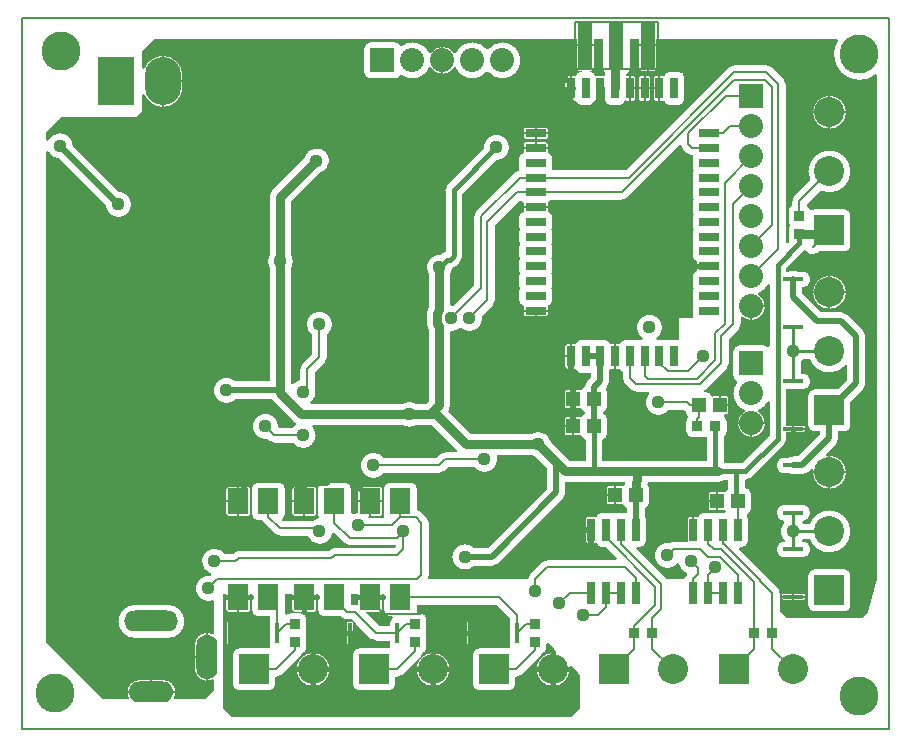
<source format=gbr>
G04 CAM350/DFMSTREAM V12.1 (Build 1022) Date:  Tue Jun 16 22:18:42 2020 *
G04 Database: (Untitled) *
G04 Layer 3: BOTTOM.art *
%FSLAX25Y25*%
%MOIN*%
%SFA1.000B1.000*%

%MIA0B0*%
%IPPOS*%
%ADD12C,0.00800*%
%ADD14C,0.01000*%
%ADD15C,0.00500*%
%ADD18O,0.07000X0.15000*%
%ADD19O,0.15000X0.07000*%
%ADD70O,0.18000X0.07000*%
%ADD71C,0.04400*%
%ADD20O,0.12000X0.16000*%
%ADD21R,0.12000X0.16000*%
%ADD22R,0.08000X0.08000*%
%ADD23C,0.08000*%
%ADD24C,0.10000*%
%ADD25R,0.03200X0.03500*%
%ADD26C,0.13000*%
%ADD27R,0.03500X0.03200*%
%ADD28R,0.04500X0.05000*%
%ADD29R,0.04724X0.15748*%
%ADD72R,0.01200X0.06800*%
%ADD73R,0.10000X0.10000*%
%ADD30R,0.06800X0.01200*%
%ADD31R,0.08000X0.08000*%
%ADD32R,0.02500X0.07500*%
%ADD33R,0.07000X0.08500*%
%ADD34R,0.02756X0.07087*%
%ADD35R,0.07087X0.02756*%
%ADD36C,0.02000*%
%ADD37C,0.03000*%
%ADD38C,0.01500*%
%ADD39C,0.01800*%
%LNBOTTOM.art*%
%LPD*%
G36*
X354502Y1289514D02*
G01Y1293000D01*
X356998*
Y1289822*
G75*
G02X356497Y1289436I-400J1*
G03X355886Y1289514I-607J-2323*
G01X354502*
G37*
G36*
X434030Y1467238D02*
G01Y1467624D01*
X434968*
G03X435470Y1468126J502*
G01Y1478000*
X438636*
Y1468126*
G03X439038Y1466924I2002J1*
G01Y1465730*
X436240*
G03X436185Y1465727I0J-502*
G02X435973Y1465862I-22J199*
G03X434216Y1467225I-1898J-633*
G01X434030Y1467238*
G37*
G36*
X359430Y1287048D02*
G02X359630Y1287248I200J0D01*
G01X364500*
G03X365002Y1287750J502*
G01Y1293000*
X365498*
Y1287750*
G03X367500Y1285748I2002*
G01X367996*
G02X368372Y1285485I0J-400*
X368396Y1285348I-376J-136*
X368230Y1285024I-400J0*
G03X367398Y1283400I1169J-1624*
G01Y1282402*
X363995*
X359698Y1286698*
X359658Y1286737*
X359656Y1286739*
X359488Y1286907*
G02X359430Y1287048I142J141*
G37*
G36*
X449564Y1308348D02*
G02X449588Y1308485I400J0D01*
X449964Y1308748I376J-137*
G01X450750*
G03X452752Y1310750J2002*
G01Y1318250*
Y1318251*
G03X452502Y1319220I-2002J0*
G01Y1321645*
G03X453752Y1323500I-752J1855*
G01Y1328500*
G03X453284Y1329785I-2002J-1*
G01X453438Y1330336*
X453469Y1330498*
X477000*
G03X479113Y1331208I-1J3502*
G01X479167Y1331248*
X480248*
Y1328233*
G03X479353Y1327139I1002J-1733*
G01X479307Y1327002*
X478999*
G03X478998Y1327001I0J-1*
G01Y1326936*
G03X478750Y1327002I-249J-436*
G01X474250*
G03X473748Y1326500I0J-502*
G01Y1321500*
G03X474250Y1320998I502J0*
G01X478750*
G03X478998Y1321064I-1J502*
G01Y1320999*
G03X478999Y1320998I1J0*
G01X479307*
X479353Y1320861*
X479377Y1320793*
G02X479403Y1320652I-374J-142*
X479003Y1320252I-400J0*
G01X472250*
G03X470382Y1318970I0J-2002*
G02X470008Y1318713I-374J143*
X469894Y1318730I1J400*
G03X469750Y1318752I-147J-480*
G01X467250*
G03X466748Y1318250I0J-502*
G01Y1310594*
X462193*
G03X460774Y1310130I0J-2402*
X460000Y1310202I-775J-4131*
X455798Y1306000I0J-4202*
X460000Y1301798I4202J0*
X463200Y1303276I0J4203*
G02X463505Y1303417I305J-258*
X463895Y1303102I0J-399*
G03X466364Y1300130I4105J899*
G02X466608Y1299762I-156J-368*
X466535Y1299531I-400J-1*
G03X466248Y1298983I1967J-1379*
X465394Y1298000I1003J-1733*
G01X459745*
X459698Y1298048*
X449681Y1308065*
G02X449564Y1308348I283J283*
G37*
G36*
X438252Y1337502D02*
G01Y1344557D01*
X438388Y1344603*
G03X439752Y1346500I-637J1897*
G01Y1351500*
G03X438502Y1353355I-2001*
G01Y1353645*
G03X439752Y1355500I-752J1855*
G01Y1360500*
G03X439474Y1361517I-2002J-1*
G01X439395Y1361650*
X439740Y1361996*
G03X440620Y1364118I-2121J2123*
G01Y1367600*
G03X440895Y1368138I-1626J1170*
G02X441106Y1368273I190J-64*
G03X441161Y1368270I55J499*
G01X443917*
G03X443972Y1368273I0J502*
G02X444184Y1368138I22J-199*
G03X445060Y1367051I1899J634*
G01Y1365000*
G03X445763Y1363302I2402J0*
G01X447763Y1361302*
G03X449461Y1360598I1699J1698*
G01X453691*
G02X454090Y1360198I-1J-400*
X453979Y1359921I-400J0*
G03X452798Y1357000I3022J-2921*
X457000Y1352798I4202J0*
X460448Y1354598I0J4202*
G01X465355*
X465652Y1354302*
G03X466248Y1353866I1699J1697*
G01Y1353500*
G03X466744Y1352182I2002J1*
G02X466793Y1352051I-151J-131*
X466744Y1351919I-200J-1*
G03X466248Y1350600I1506J-1319*
G01Y1347400*
G03X468250Y1345398I2002*
G01X473248*
Y1337502*
X438252*
G37*
G36*
X472018Y1360502D02*
G01Y1360822D01*
X472125Y1360878*
G03X472698Y1361302I-1126J2121*
G01X479698Y1368302*
G03X480402Y1370000I-1698J1699*
G01Y1378203*
X483698Y1381500*
G03X484402Y1383198I-1698J1699*
G01Y1385285*
G02X485062Y1385588I400J-1*
G03X488000Y1384498I2937J3412*
X492502Y1389000I0J4502*
X490393Y1392813I-4501J0*
G02X490205Y1393152I212J339*
X490443Y1393518I400J0*
G03X493327Y1396234I-2442J5483*
G02X493768Y1396441I355J-184*
X494082Y1396050I-86J-391*
G01Y1375714*
G02X493401Y1375429I-400J0*
G03X492000Y1376002I-1402J-1429*
G01X484000*
G03X481998Y1374000I0J-2002*
G01Y1366000*
G03X483081Y1364222I2001J0*
G02X483297Y1363867I-184J-355*
X483216Y1363625I-400J-1*
G03X481998Y1360000I4785J-3625*
X485557Y1354518I6002J0*
G02X485795Y1354152I-162J-366*
X485607Y1353813I-400J0*
G03X483498Y1350000I2392J-3813*
X488000Y1345498I4502J0*
X492502Y1350000I0J4502*
X490393Y1353813I-4501J0*
G02X490205Y1354152I212J339*
X490443Y1354518I400J0*
G03X493327Y1357234I-2442J5483*
G02X493768Y1357441I355J-184*
X494082Y1357050I-86J-391*
G01Y1345973*
X484860Y1336752*
X479166*
G03X478752Y1337032I-2165J-2755*
G01Y1345667*
G03X479752Y1347400I-1002J1733*
G01Y1350600*
G03X478861Y1352266I-2003J0*
G02X478684Y1352598I222J332*
X478705Y1352727I399J1*
X479082Y1352998I378J-128*
G01X479750*
G03X480252Y1353500J502*
G01Y1358500*
G03X479750Y1359002I-502J0*
G01X475250*
G03X475002Y1358936I1J-502*
G01Y1359001*
G03X475001Y1359002I-1J0*
G01X474693*
X474647Y1359139*
G03X472750Y1360502I-1897J-639*
G01X472018*
G37*
G36*
X312000Y1255000D02*
G01Y1268074D01*
X312002Y1268200*
Y1276200*
X312000Y1276326*
Y1293000*
X312998*
Y1287750*
G03X313500Y1287248I502J0*
G01X320500*
G03X321002Y1287750J502*
G01Y1293000*
X321498*
Y1287750*
G03X323500Y1285748I2002*
G01X327598*
Y1284272*
G03X327398Y1283400I1801J-872*
G01Y1276600*
G03X327668Y1275596I2002J0*
G02X327722Y1275396I-346J-201*
X327295Y1274997I-400J0*
G01X327158Y1275002*
X317158*
G03X315156Y1273000I0J-2002*
G01Y1263000*
G03X317158Y1260998I2002*
G01X327158*
G03X329160Y1263000J2002*
G01Y1265598*
X329650*
G03X331348Y1266302I-1J2402*
G01X337698Y1272652*
G03X338175Y1273332I-1698J1698*
X339602Y1275250I-576J1918*
G01Y1284750*
G03X337600Y1286752I-2002J0*
G01X334400*
G03X333068Y1286244I1J-2002*
G02X332402Y1286543I-266J299*
G01Y1287125*
X332411Y1287154*
G03X332502Y1287750I-1911J597*
G01Y1293000*
X334998*
Y1287750*
G03X335500Y1287248I502J0*
G01X342500*
G03X343002Y1287750J502*
G01Y1293000*
X343498*
Y1287750*
G03X345500Y1285748I2002*
G01X351105*
X351399Y1285455*
G03X351586Y1285286I1702J1695*
G01X351628Y1285252*
G03X352892Y1284730I1511J1867*
G01X352950Y1284724*
G03X353197Y1284712I240J2389*
G01X354891*
X356301Y1283302*
X356341Y1283263*
X356343Y1283261*
X361302Y1278302*
G03X363000Y1277598I1699J1698*
G01X367398*
Y1276600*
G03X367668Y1275596I2002J0*
G02X367722Y1275396I-346J-201*
X367295Y1274997I-400J0*
G01X367158Y1275002*
X357158*
G03X355156Y1273000I0J-2002*
G01Y1263000*
G03X357158Y1260998I2002*
G01X367158*
G03X369160Y1263000J2002*
G01Y1265598*
X370000*
G03X371698Y1266302I-1J2402*
G01X377698Y1272302*
G03X378321Y1273382I-1697J1699*
X379602Y1275250I-722J1868*
G01Y1284750*
G03X377600Y1286752I-2002J0*
G01X376826*
G02X376425Y1287152I-1J400*
X376438Y1287252I400J-1*
G03X376502Y1287750I-1937J502*
G01Y1289598*
X403005*
X407598Y1285005*
Y1284273*
X407580Y1284234*
G03X407398Y1283400I1820J-834*
G01Y1276600*
G03X407668Y1275596I2002J0*
G02X407722Y1275396I-346J-201*
X407295Y1274997I-400J0*
G01X407158Y1275002*
X397158*
G03X395156Y1273000I0J-2002*
G01Y1263000*
G03X397158Y1260998I2002*
G01X407158*
G03X409160Y1263000J2002*
G01Y1265598*
X409650*
G03X411348Y1266302I-1J2402*
G01X417698Y1272652*
G03X418175Y1273332I-1698J1698*
X419602Y1275250I-576J1918*
G01Y1276432*
G02X419833Y1276795I400J0*
X420285Y1276715I169J-363*
G01X422861Y1274139*
G02X422979Y1273856I-282J-283*
X422941Y1273688I-400J2*
X422529Y1273459I-363J168*
G01X421842Y1273502*
G03X416340Y1268000I0J-5502*
X421842Y1262498I5502J0*
X427344Y1268000I0J5502*
G01X427301Y1268687*
X427299Y1268712*
X427298Y1268725*
Y1268737*
G02X427515Y1269093I400J0*
X427981Y1269019I182J-356*
G01X431000Y1266000*
Y1255000*
X428000Y1252000*
X315000*
X312000Y1255000*
G37*
G36*
X386908Y1354044D02*
G01X386990Y1354178D01*
G03X387502Y1356000I-2990J1823*
G01Y1380399*
G02X387910Y1380799I400J0*
G01X388000Y1380798*
G03X390864Y1381925I0J4203*
G02X391136I136J-146*
G03X394000Y1380798I2864J3076*
X398202Y1385000J4202*
G01Y1385001*
X398190Y1385322*
X398153Y1385641*
X398137Y1385741*
X401698Y1389302*
G03X402402Y1391000I-1698J1699*
G01Y1416013*
X410569Y1424181*
G02X411130Y1424186I283J-283*
G03X411886Y1423728I1389J1440*
G02X412022Y1423538I-65J-190*
G01Y1423527*
X412021Y1423516*
X412019Y1423489*
X412018Y1423461*
Y1420705*
Y1420704*
X412019Y1420676*
X412021Y1420649*
X412022Y1420638*
Y1420632*
Y1420627*
G02X411886Y1420437I-200J0*
G03X410518Y1418539I633J-1898*
G01Y1415783*
G03X410836Y1414700I2002J0*
X410518Y1413618I1683J-1082*
G01Y1410862*
G03X410836Y1409780I2001J0*
X410518Y1408697I1684J-1083*
G01Y1405941*
G03X410836Y1404858I2002J0*
X410518Y1403776I1683J-1082*
G01Y1401020*
G03X410836Y1399937I2002J0*
X410518Y1398854I1684J-1083*
G01Y1396098*
G03X410836Y1395016I2001J0*
X410518Y1393933I1684J-1083*
G01Y1391177*
G03X411886Y1389279I2001J0*
G02X412022Y1389089I-65J-190*
G01Y1389078*
X412021Y1389067*
X412019Y1389040*
X412018Y1389012*
Y1386256*
G03X412520Y1385754I502J0*
G01X419606*
G03X420108Y1386256J502*
G01Y1389012*
X420107Y1389040*
X420105Y1389067*
X420104Y1389078*
Y1389084*
Y1389089*
G02X420240Y1389279I200J0*
G03X421608Y1391177I-633J1898*
G01Y1393933*
G03X421290Y1395016I-2003J0*
X421608Y1396098I-1683J1082*
G01Y1398854*
G03X421290Y1399937I-2003J0*
X421608Y1401020I-1685J1083*
G01Y1403776*
G03X421290Y1404858I-2002J-1*
X421608Y1405941I-1685J1083*
G01Y1408697*
G03X421290Y1409780I-2003J0*
X421608Y1410862I-1683J1082*
G01Y1413618*
G03X421290Y1414700I-2002J-1*
X421608Y1415783I-1685J1083*
G01Y1418539*
G03X420240Y1420437I-2001J0*
G02X420104Y1420627I64J190*
G01Y1420638*
X420105Y1420649*
X420107Y1420676*
X420108Y1420690*
Y1420704*
Y1420705*
Y1423461*
X420107Y1423489*
X420105Y1423516*
X420104Y1423527*
Y1423533*
Y1423538*
G02X420240Y1423728I200J0*
G03X421327Y1424602I-632J1899*
G01X444804*
G03X446502Y1425306I-1J2402*
G01X463964Y1442767*
G02X464640Y1442558I283J-283*
G03X465302Y1441302I2360J441*
G01X466534Y1440070*
G03X468232Y1439366I1699J1698*
G01X468404*
G02X468604Y1439166I0J-200*
X468585Y1439081I-200J0*
G03X468392Y1438224I1808J-857*
G01Y1435468*
G03X468710Y1434386I2001J0*
X468392Y1433303I1684J-1083*
G01Y1430547*
G03X468710Y1429464I2002J0*
X468392Y1428382I1683J-1082*
G01Y1425626*
G03X468710Y1424544I2001J0*
X468392Y1423461I1684J-1083*
G01Y1420705*
G03X468710Y1419622I2002J0*
X468392Y1418539I1684J-1083*
G01Y1415783*
G03X468710Y1414700I2002J0*
X468392Y1413618I1683J-1082*
G01Y1410862*
G03X468710Y1409780I2001J0*
X468392Y1408697I1684J-1083*
G01Y1405941*
G03X469760Y1404043I2001J0*
G02X469896Y1403853I-65J-190*
G01Y1403842*
X469895Y1403831*
X469893Y1403804*
X469892Y1403776*
Y1401020*
Y1401019*
X469893Y1400991*
X469895Y1400964*
X469896Y1400953*
Y1400947*
Y1400942*
G02X469760Y1400752I-200J0*
G03X468392Y1398854I633J-1898*
G01Y1396098*
G03X468710Y1395016I2001J0*
X468392Y1393933I1684J-1083*
G01Y1391177*
G03X468710Y1390094I2002J0*
X468392Y1389012I1683J-1082*
G01Y1386256*
Y1386255*
G03X468523Y1385543I2002J0*
G02X468550Y1385399I-373J-144*
X468150Y1385000I-399J0*
G01X464001*
G03X464000Y1384999I0J-1*
G01Y1378052*
Y1378051*
G02X463782Y1377852I-200J0*
G01X463602Y1377860*
X456682*
G02X456306Y1378123I0J400*
X456282Y1378260I376J136*
X456449Y1378585I400J0*
G03X458202Y1382000I-2450J3415*
X454000Y1386202I-4202J0*
X449798Y1382000I0J-4202*
X451551Y1378585I4203J0*
G02X451718Y1378260I-233J-325*
X451703Y1378152I-400J0*
X451318Y1377860I-385J108*
G01X446083*
G03X444184Y1376492I0J-2002*
G02X443972Y1376357I-190J64*
G03X443917Y1376360I-55J-499*
G01X441161*
G03X441106Y1376357I0J-502*
G02X440895Y1376492I-21J199*
G03X438996Y1377860I-1899J-634*
G01X431319*
G03X429420Y1376492I0J-2002*
G02X429209Y1376357I-190J64*
G03X429154Y1376360I-55J-499*
G01X426398*
G03X425896Y1375858I0J-502*
G01Y1368772*
G03X426398Y1368270I502J0*
G01X429154*
G03X429209Y1368273I0J502*
G02X429420Y1368138I21J-199*
G03X431319Y1366770I1899J634*
G01X434616*
Y1365361*
X433378Y1364122*
G03X432521Y1362364I2122J-2123*
X431353Y1361139I729J-1864*
G01X431307Y1361002*
X430999*
G03X430998Y1361001I0J-1*
G01Y1360936*
G03X430750Y1361002I-249J-436*
G01X426250*
G03X425748Y1360500I0J-502*
G01Y1355500*
G03X426250Y1354998I502J0*
G01X430750*
G03X430998Y1355064I-1J502*
G01Y1354999*
G03X430999Y1354998I1J0*
G01X431307*
X431353Y1354861*
G03X432498Y1353645I1897J639*
G01Y1353355*
G03X431353Y1352139I752J-1855*
G01X431307Y1352002*
X430999*
G03X430998Y1352001I0J-1*
G01Y1351936*
G03X430750Y1352002I-249J-436*
G01X426250*
G03X425748Y1351500I0J-502*
G01Y1346500*
G03X426250Y1345998I502J0*
G01X430750*
G03X430998Y1346064I-1J502*
G01Y1345999*
G03X430999Y1345998I1J0*
G01X431307*
X431353Y1345861*
G03X432612Y1344603I1897J639*
G01X432748Y1344557*
Y1337502*
X427450*
X421119Y1343833*
X421107Y1343890*
G03X417000Y1347202I-4107J-890*
X414677Y1346502I-1J-4202*
G01X394450*
X386908Y1354044*
G37*
G36*
X253000Y1277000D02*
G01Y1440410D01*
G02X253296Y1440796I400J0*
X253756Y1440592I104J-386*
G03X257378Y1438300I3744J1908*
G01X257458Y1438297*
X272797Y1422958*
X272800Y1422878*
G03X277000Y1418798I4200J122*
X281202Y1423000J4202*
X277122Y1427200I-4202J0*
G01X277042Y1427203*
X261703Y1442542*
X261700Y1442622*
G03X257500Y1446702I-4200J-122*
X253756Y1444408I0J-4202*
G02X253316Y1444199I-356J182*
X253000Y1444590I84J391*
G01Y1447000*
X258000Y1452000*
X283000*
X285000Y1454000*
Y1459405*
G02X285331Y1459799I400J0*
X285771Y1459555I69J-394*
G03X291795Y1455498I6024J2444*
X298296Y1461999I0J6501*
G01Y1462000*
Y1466000*
G03X291795Y1472502I-6502J0*
X285771Y1468445I0J-6501*
G02X285317Y1468204I-371J150*
X285000Y1468595I83J391*
G01Y1474000*
X289000Y1478000*
X429742*
Y1468126*
G03X430244Y1467624I502J0*
G01X431364*
Y1467238*
X431178Y1467225*
G03X429421Y1465862I141J-1996*
G02X429209Y1465727I-190J64*
G03X429154Y1465730I-55J-499*
G01X426398*
G03X425896Y1465228I0J-502*
G01Y1458142*
G03X426398Y1457640I502J0*
G01X429154*
G03X429209Y1457643I0J502*
G02X429421Y1457508I22J-199*
G03X431319Y1456140I1898J633*
G01X434075*
G03X435973Y1457508I0J2001*
G02X436185Y1457643I190J-64*
G03X436240Y1457640I55J499*
G01X438996*
G03X439051Y1457643I0J502*
G02X439263Y1457508I22J-199*
G03X441161Y1456140I1898J633*
G01X443917*
G03X445815Y1457508I0J2001*
G02X446027Y1457643I190J-64*
G03X446083Y1457640I55J499*
G01X448839*
G03X449340Y1458141J501*
G01Y1458142*
Y1465228*
Y1465229*
G03X448839Y1465730I-501J0*
G01X446040*
Y1466238*
X446161Y1466291*
G03X447364Y1468126I-798J1835*
G01Y1478000*
X450530*
Y1468126*
G03X451032Y1467624I502J0*
G01X455756*
G03X456258Y1468126J502*
G01Y1478000*
X516379*
G02X516779Y1477600I0J-400*
X516721Y1477393I-400J0*
G03X515498Y1473000I7278J-4393*
X524000Y1464498I8502*
X529348Y1466391I0J8501*
G02X530000Y1466080I252J-311*
G01Y1298300*
X527000Y1287000*
X525000Y1285000*
X500000*
X497402Y1287599*
Y1293350*
G03X497031Y1294632I-2402J0*
G01X497000Y1294681*
Y1295000*
X494000Y1298000*
X493746*
X492969Y1298777*
X492955Y1298807*
G03X492498Y1299444I-2154J-1063*
G01X483877Y1308065*
G02X483760Y1308348I283J283*
X483784Y1308485I400J0*
X484160Y1308748I376J-137*
G01X484750*
G03X486752Y1310750J2002*
G01Y1318250*
G03X486518Y1319189I-2001J0*
G01X486471Y1319376*
G02X486685Y1319730I399J0*
G03X487752Y1321500I-935J1770*
G01Y1326500*
G03X485752Y1328501I-2001J0*
G01Y1331248*
X486000*
G03X487946Y1332054I0J2752*
G01X498779Y1342887*
G03X499584Y1344832I-1947J1945*
G01Y1344833*
Y1347088*
X505383*
G03X505884Y1347589J501*
G01Y1348789*
G03X505383Y1349290I-501J0*
G01X499584*
Y1361398*
X505400*
G03X507402Y1363400J2002*
G01Y1364600*
G03X505400Y1366602I-2002J0*
G01X504502*
Y1370624*
G03X505376Y1371498I-2503J3377*
G01X507460*
G03X514000Y1366998I6540J2503*
X519296Y1369420I0J7001*
G02X519741Y1369531I302J-262*
X519998Y1369158I-143J-373*
G01Y1364558*
X516757Y1361316*
X509000*
G03X506998Y1359315I0J-2002*
G01Y1349315*
G03X509000Y1347314I2001J0*
G01X510998*
Y1346443*
X503557Y1339002*
X502000*
G03X500503Y1338602I0J-3001*
G01X498600*
G03X496598Y1336600I0J-2002*
G01Y1335400*
G03X498600Y1333398I2002*
G01X500503*
G03X502000Y1332998I1497J2601*
G01X504800*
G03X506922Y1333878I-1J3001*
G01X507879Y1334834*
G02X508330Y1334914I283J-282*
X508562Y1334552I-168J-363*
X508558Y1334493I-400J-3*
G03X508498Y1333685I5442J-810*
X514000Y1328183I5502J0*
X519502Y1333685I0J5502*
X514000Y1339187I-5502J0*
X513192Y1339127I2J-5502*
G02X512781Y1339332I-59J396*
G01X512733Y1339522*
G02X512851Y1339806I400J0*
G01X516122Y1343078*
G03X517002Y1345200I-2121J2123*
G01Y1347314*
X519000*
G03X521002Y1349315J2002*
G01Y1357072*
X525122Y1361193*
G03X526002Y1363315I-2121J2123*
G01Y1379000*
G03X525122Y1381122I-3001J-1*
G01X520122Y1386122*
G03X518000Y1387002I-2123J-2121*
G01X511243*
X505002Y1393243*
Y1395398*
X505400*
G03X507402Y1397400J2002*
G01Y1398600*
G03X505400Y1400602I-2002J0*
G01X503497*
G03X502000Y1401002I-1497J-2601*
X500547Y1400626I2J-3002*
G01X500502Y1400602*
X499584*
Y1401693*
X505583Y1407692*
G02X506222Y1407590I283J-282*
G03X508363Y1406276I2141J1087*
X510061Y1406980I-1J2402*
G01X510395Y1407314*
X519000*
G03X521002Y1409315J2002*
G01Y1419315*
G03X519000Y1421316I-2001J0*
G01X509000*
G03X508081Y1421093I-1J-2001*
G02X507515Y1421332I-184J355*
G03X506402Y1422584I-1915J-582*
G01Y1423005*
X511046Y1427650*
X511172Y1427595*
G03X514000Y1426998I2829J6405*
X521002Y1434000I0J7002*
X514000Y1441002I-7002J0*
X506998Y1434000I0J-7002*
X507595Y1431172I7002J1*
G01X507650Y1431046*
X502302Y1425698*
G03X501598Y1424000I1698J-1699*
G01Y1422584*
G03X500398Y1420750I802J-1834*
G01Y1417250*
G03X500837Y1416000I2002J1*
X500398Y1414750I1563J-1251*
G01Y1411250*
G03X500517Y1410571I2002J1*
G01X500560Y1410452*
X500084Y1409975*
G02X499402Y1410258I-282J283*
G01Y1463000*
G03X498698Y1464698I-2402J-1*
G01X494698Y1468698*
G03X493000Y1469402I-1699J-1698*
G01X482254*
G03X480556Y1468698I1J-2402*
G01X446184Y1434326*
X421891*
G02X421490Y1434726I-1J400*
X421510Y1434850I400J-1*
G03X421608Y1435468I-1903J619*
G01Y1438224*
G03X420240Y1440122I-2001J0*
G02X420104Y1440312I64J190*
G01Y1440323*
X420105Y1440334*
X420107Y1440361*
X420108Y1440375*
Y1440389*
Y1440390*
Y1443146*
G03X419606Y1443648I-502J0*
G01X412520*
G03X412018Y1443146I0J-502*
G01Y1440390*
Y1440389*
X412019Y1440361*
X412021Y1440334*
X412022Y1440323*
Y1440317*
Y1440312*
G02X411886Y1440122I-200J0*
G03X410518Y1438224I633J-1898*
G01Y1435468*
G03X410639Y1434784I2001J1*
G02X410663Y1434647I-376J-137*
X410357Y1434258I-400J0*
G03X409227Y1433623I568J-2333*
G01X396302Y1420698*
G03X395598Y1419000I1698J-1699*
G01Y1395995*
X388741Y1389137*
X388641Y1389153*
X388000Y1389202*
X387910Y1389201*
G02X387502Y1389601I-8J400*
G01Y1399677*
G03X388195Y1401755I-3502J2323*
X389538Y1402494I-603J2685*
G01X390608Y1403564*
G03X391379Y1405078I-1947J1945*
G01X391479Y1405707*
G03X391514Y1406139I-2717J438*
G01Y1426622*
X402699Y1437808*
X402788Y1437803*
X403000Y1437798*
G03X407202Y1442000I0J4202*
X403000Y1446202I-4202J0*
X398798Y1442000I0J-4202*
G01X398803Y1441788*
X398808Y1441699*
X386816Y1429708*
G03X386010Y1427762I1946J-1946*
G01Y1407163*
X385853Y1407128*
G03X384494Y1406386I586J-2689*
G01X384301Y1406192*
X384212Y1406197*
X384000Y1406202*
G03X379798Y1402000I0J-4202*
G01Y1401999*
G03X380498Y1399677I4202J0*
G01Y1389047*
G03X379798Y1386947I2802J-2101*
G01Y1383053*
G03X380498Y1380953I3502J1*
G01Y1357450*
X379550Y1356502*
X376323*
G03X374000Y1357202I-2322J-3502*
X371677Y1356502I-1J-4202*
G01X341369*
G02X340993Y1356765I0J400*
X340969Y1356902I376J136*
X341119Y1357214I400J0*
G03X342702Y1360500I-2619J3286*
G01Y1360501*
G03X342402Y1362060I-4204J-1*
G01Y1367005*
X345682Y1370286*
G03X346386Y1371984I-1698J1699*
G01Y1379568*
G03X348186Y1383016I-2403J3448*
X343984Y1387218I-4202J0*
X339782Y1383016I0J-4202*
X341582Y1379568I4202J0*
G01Y1372979*
X338302Y1369698*
G03X337598Y1368000I1698J-1699*
G01Y1364607*
X337449Y1364568*
G03X335214Y1363119I1050J-4068*
G02X334774Y1362990I-312J250*
X334502Y1363369I128J379*
G01Y1401677*
G03X335202Y1403999I-3502J2322*
G01Y1404000*
Y1404001*
G03X334502Y1406323I-4202J0*
G01Y1424050*
X343833Y1433381*
X343890Y1433393*
G03X347202Y1437500I-890J4107*
X343000Y1441702I-4202J0*
X338893Y1438390I0J-4202*
G01X338881Y1438333*
X328524Y1427976*
G03X327498Y1425500I2475J-2476*
G01Y1406323*
G03X326798Y1404001I3502J-2322*
G01Y1404000*
Y1403999*
G03X327498Y1401677I4202J0*
G01Y1364002*
X315941*
G03X313000Y1365202I-2940J-3002*
X308798Y1361000I0J-4202*
X313000Y1356798I4202J0*
X315941Y1357998I1J4202*
G01X328127*
G03X328524Y1357524I2874J2004*
G01X335524Y1350524*
G03X336059Y1350086I2475J2477*
G02X336237Y1349753I-222J-333*
X336068Y1349427I-400J1*
G03X335052Y1348402I2433J-3428*
G01X330598*
G02X330198Y1348802I0J400*
G01Y1348819*
X330202Y1349000*
G03X326000Y1353202I-4202J0*
X321798Y1349000I0J-4202*
X326000Y1344798I4202*
G01X326641Y1344847*
X326741Y1344863*
X327302Y1344302*
G03X329000Y1343598I1699J1698*
G01X335052*
G03X338500Y1341798I3448J2403*
X342702Y1346000J4202*
X341607Y1348829I-4202J0*
G02X341503Y1349098I296J269*
X341903Y1349498I400*
G01X371677*
G03X374000Y1348798I2322J3502*
X376323Y1349498I1J4202*
G01X381550*
X389964Y1341084*
G02X390081Y1340802I-283J-282*
X389681Y1340402I-400J0*
G01X386000*
G03X384302Y1339698I1J-2402*
G01X383005Y1338402*
X365448*
G03X362000Y1340202I-3448J-2402*
X357798Y1336000I0J-4202*
X362000Y1331798I4202J0*
X365448Y1333598I0J4202*
G01X384000*
G03X385698Y1334302I-1J2402*
G01X386995Y1335598*
X395552*
G03X399000Y1333798I3448J2403*
X403202Y1338000J4202*
G01Y1338002*
G03X403081Y1339003I-4202J0*
G02X403072Y1339050I388J99*
G01X403070Y1339074*
X403069Y1339099*
G02X403469Y1339498I400J-1*
G01X414677*
G03X416110Y1338893I2323J3503*
G01X416167Y1338881*
X419998Y1335050*
Y1328243*
X400257Y1308502*
X395441*
G03X392500Y1309702I-2940J-3002*
X388298Y1305500I0J-4202*
X392500Y1301298I4202J0*
X395441Y1302498I1J4202*
G01X401500*
G03X403622Y1303378I-1J3001*
G01X425122Y1324878*
G03X426002Y1327000I-2121J2123*
G01Y1330498*
X445998*
Y1330065*
X445930Y1330005*
G03X445353Y1329139I1320J-1505*
G01X445307Y1329002*
X444999*
G03X444998Y1329001I0J-1*
G01Y1328936*
G03X444750Y1329002I-249J-436*
G01X440250*
G03X439748Y1328500I0J-502*
G01Y1323500*
G03X440250Y1322998I502J0*
G01X444750*
G03X444998Y1323064I-1J502*
G01Y1322999*
G03X444999Y1322998I1J0*
G01X445307*
X445353Y1322861*
G03X446498Y1321645I1897J639*
G01Y1320252*
X438250*
G03X436382Y1318970I0J-2002*
G02X435894Y1318730I-374J144*
G03X435750Y1318752I-147J-480*
G01X433250*
G03X432748Y1318250I0J-502*
G01Y1310750*
G03X433250Y1310248I502J0*
G01X435750*
G03X435894Y1310270I-3J502*
G02X436382Y1310030I115J-383*
G03X438250Y1308748I1868J720*
G01X439356*
X443019Y1305084*
G02X443136Y1304802I-283J-282*
X442737Y1304402I-400J0*
G01X420000*
G03X418302Y1303698I1J-2402*
G01X414302Y1299698*
G03X413606Y1298185I1698J-1698*
G01X413591Y1298000*
X380612*
G02X380212Y1298400I0J400*
X380239Y1298544I400J0*
G03X380400Y1299407I-2241J865*
G01Y1316902*
G03X379696Y1318600I-2402J-1*
G01X377748Y1320548*
G03X376651Y1321175I-1698J-1698*
G01X376502Y1321214*
Y1328250*
G03X374500Y1330252I-2002J0*
G01X367500*
G03X365498Y1328250I0J-2002*
G01Y1319750*
G03X365661Y1318959I2001J0*
G02X365694Y1318801I-366J-159*
X365294Y1318402I-399J0*
G01X360448*
X360300Y1318601*
G02X360214Y1318848I314J248*
X360614Y1319248I400J0*
G01X364500*
G03X365002Y1319750J502*
G01Y1328250*
G03X364500Y1328752I-502J0*
G01X357500*
G03X356998Y1328250I0J-502*
G01Y1320202*
G03X355084Y1319740I2J-4202*
G02X354502Y1320096I-182J356*
G01Y1328250*
G03X352500Y1330252I-2002J0*
G01X345500*
G03X343498Y1328250I0J-2002*
G01Y1319750*
G03X343760Y1318762I2001J2*
G02X343812Y1318565I-348J-197*
X343463Y1318168I-400J0*
G03X341533Y1317402I537J-4168*
G01X331845*
X331682Y1317564*
G02X331565Y1317847I283J283*
X331721Y1318164I400J0*
G03X332502Y1319750I-1220J1586*
G01Y1328250*
G03X330500Y1330252I-2002J0*
G01X323500*
G03X321498Y1328250I0J-2002*
G01Y1319750*
G03X323500Y1317748I2002*
G01X324866*
G03X325302Y1317152I2134J1104*
G01X329152Y1313302*
G03X330850Y1312598I1699J1698*
G01X340039*
G03X344000Y1309798I3961J1402*
X348164Y1313439I0J4202*
G02X348844Y1313668I396J-53*
G01X352403Y1310109*
G03X354101Y1309406I1698J1699*
G01X369598*
Y1308995*
X369005Y1308402*
X349100*
G03X348849Y1308388I8J-2402*
G01X348754Y1308378*
G03X347478Y1307844I250J-2388*
G01X347393Y1307774*
X347222Y1307618*
X347005Y1307402*
X317100*
G03X316849Y1307388I8J-2402*
G01X316754Y1307378*
G03X315480Y1306845I251J-2388*
G01X315390Y1306771*
X315221Y1306618*
X315005Y1306404*
X312447*
G03X309000Y1308202I-3447J-2405*
X304798Y1304000I0J-4202*
X307759Y1299985I4203J0*
G02X308041Y1299603I-118J-382*
X307924Y1299320I-400J0*
G01X307741Y1299137*
X307641Y1299153*
X307000Y1299202*
G03X302798Y1295000I0J-4202*
X307000Y1290798I4202J0*
X308461Y1291060I0J4202*
G02X309000Y1290685I139J-375*
G01Y1280068*
G02X308409Y1279717I-400J0*
G03X306500Y1280202I-1910J-3517*
X302498Y1276200I0J-4002*
G01Y1268200*
G03X306500Y1264198I4002J0*
X308409Y1264683I-1J4002*
G02X309000Y1264332I191J-351*
G01Y1261000*
X306000Y1258000*
X295921*
G02X295521Y1258400J400*
G01X295565Y1258582*
G03X296002Y1260400I-3565J1818*
X292000Y1264402I-4002J0*
G01X284000*
G03X279998Y1260400I0J-4002*
X280435Y1258582I4002J0*
G01X280479Y1258400*
G02X280079Y1258000I-400J0*
G01X272000*
X253000Y1277000*
G37*
%LPC*%
G36*
X341826Y1262498D02*
G03X347344Y1268000I16J5502D01*
X341858Y1273502I-5502J0*
X336340Y1268000I-16J-5502*
X341826Y1262498I5502J0*
G37*
G36*
X353589Y1276116D02*
G01X354789D01*
G03X355290Y1276617J501*
G01Y1283417*
G03X354789Y1283918I-501J0*
G01X353589*
G03X353088Y1283417I0J-501*
G01Y1276617*
G03X353589Y1276116I501*
G37*
G36*
X381826Y1262498D02*
G03X387344Y1268000I16J5502D01*
X381858Y1273502I-5502J0*
X376340Y1268000I-16J-5502*
X381826Y1262498I5502J0*
G37*
G36*
X393589Y1276116D02*
G01X394789D01*
G03X395290Y1276617J501*
G01Y1283417*
G03X394789Y1283918I-501J0*
G01X393589*
G03X393088Y1283417I0J-501*
G01Y1276617*
G03X393589Y1276116I501*
G37*
G36*
X313589D02*
G01X314789D01*
G03X315290Y1276617J501*
G01Y1283417*
G03X314789Y1283918I-501J0*
G01X313589*
G03X313088Y1283417I0J-501*
G01Y1276617*
G03X313589Y1276116I501*
G37*
G36*
X313500Y1319248D02*
G01X320500D01*
G03X321002Y1319750I0J502*
G01Y1328250*
G03X320500Y1328752I-502J0*
G01X313500*
G03X312998Y1328250I0J-502*
G01Y1319750*
G03X313500Y1319248I502J0*
G37*
G36*
X335500D02*
G01X342500D01*
G03X343002Y1319750I0J502*
G01Y1328250*
G03X342500Y1328752I-502J0*
G01X335500*
G03X334998Y1328250I0J-502*
G01Y1319750*
G03X335500Y1319248I502J0*
G37*
G36*
X361000Y1464998D02*
G01X369000D01*
G03X370778Y1466081J2001*
G02X371133Y1466297I355J-184*
X371375Y1466216I1J-400*
G03X375000Y1464998I3625J4785*
X380482Y1468557I0J6002*
G02X380848Y1468795I366J-162*
X381187Y1468607I0J-400*
G03X385000Y1466498I3813J2392*
X388813Y1468607I0J4501*
G02X389152Y1468795I339J-212*
X389518Y1468557I0J-400*
G03X395000Y1464998I5482J2443*
X399688Y1467252I0J6002*
G02X400000Y1467402I312J-250*
X400312Y1467252I0J-400*
G03X405000Y1464998I4688J3748*
X411002Y1471000I0J6002*
X405000Y1477002I-6002J0*
X400312Y1474748I0J-6002*
G02X400000Y1474598I-312J250*
X399688Y1474748I0J400*
G03X395000Y1477002I-4688J-3748*
X389518Y1473443I0J-6002*
G02X389152Y1473205I-366J162*
X388813Y1473393I0J400*
G03X385000Y1475502I-3813J-2392*
X381187Y1473393I0J-4501*
G02X380848Y1473205I-339J212*
X380482Y1473443I0J400*
G03X375000Y1477002I-5482J-2443*
X371375Y1475784I0J-6003*
G02X371133Y1475703I-241J319*
X370778Y1475919I0J400*
G03X369000Y1477002I-1778J-918*
G01X361000*
G03X358998Y1475000I0J-2002*
G01Y1467000*
G03X361000Y1464998I2002*
G37*
G36*
X412519Y1444810D02*
G01X412520D01*
X419606*
X419607*
G03X420108Y1445311J501*
G01Y1448067*
G03X419607Y1448568I-501J0*
G01X419606*
X412520*
X412519*
G03X412018Y1448067I0J-501*
G01Y1445311*
G03X412519Y1444810I501*
G37*
G36*
X451004Y1457640D02*
G01X453760D01*
G03X454262Y1458142I0J502*
G01Y1465228*
G03X453760Y1465730I-502J0*
G01X451004*
G03X450502Y1465228I0J-502*
G01Y1458142*
G03X451004Y1457640I502J0*
G37*
G36*
X455925D02*
G01X458681D01*
X458695*
X458709Y1457641*
X458736Y1457643*
G02X458758Y1457644I20J-200*
X458948Y1457508I0J-201*
G03X460846Y1456140I1898J633*
G01X463602*
G03X465604Y1458142J2002*
G01Y1465228*
G03X463602Y1467230I-2002J0*
G01X460846*
G03X458948Y1465862I0J-2001*
G02X458758Y1465726I-190J64*
X458736Y1465727I-2J201*
G01X458709Y1465729*
X458695Y1465730*
X458681*
X455925*
G03X455424Y1465229I0J-501*
G01Y1465228*
Y1458142*
Y1458141*
G03X455925Y1457640I501J0*
G37*
G36*
X498583Y1317588D02*
G01X498681D01*
G02X499081Y1317188I0J-400*
X498969Y1316910I-400J0*
G03X497798Y1314000I3030J-2910*
X499113Y1310947I4202J0*
G01X499176Y1310888*
Y1310602*
X498600*
G03X496598Y1308600I0J-2002*
G01Y1307400*
G03X498600Y1305398I2002*
G01X505400*
G03X507402Y1307400J2002*
G01Y1308600*
G03X505400Y1310602I-2002J0*
G01X504824*
Y1310888*
X504887Y1310947*
G03X505376Y1311498I-2886J3054*
G01X507460*
G03X514000Y1306998I6540J2502*
X521002Y1314000I0J7002*
X514000Y1321002I-7002J0*
X507460Y1316502I0J-7002*
G01X505376*
G03X505031Y1316910I-3375J-2504*
G02X504919Y1317188I288J278*
X505319Y1317588I400J0*
G01X505383*
G03X507384Y1319589I0J2001*
G01Y1320789*
G03X505383Y1322790I-2001J0*
G01X498583*
G03X496582Y1320789I0J-2001*
G01Y1319589*
G03X498583Y1317588I2001J0*
G37*
G36*
Y1291088D02*
G01X505383D01*
G03X505884Y1291589J501*
G01Y1292789*
G03X505383Y1293290I-501J0*
G01X498583*
G03X498082Y1292789I0J-501*
G01Y1291589*
G03X498583Y1291088I501*
G37*
G36*
X508999Y1287314D02*
G01X509000D01*
X519000*
G03X521002Y1289315J2002*
G01Y1299315*
G03X519001Y1301316I-2001J0*
G01X519000*
X509000*
G03X506998Y1299315I0J-2002*
G01Y1289315*
G03X508999Y1287314I2001J0*
G37*
G36*
X513984Y1388183D02*
G03X519502Y1393685I16J5502D01*
X514016Y1399187I-5502J0*
X508498Y1393685I-16J-5502*
X513984Y1388183I5502J0*
G37*
G36*
Y1448183D02*
G03X519502Y1453685I16J5502D01*
X514016Y1459187I-5502J0*
X508498Y1453685I-16J-5502*
X513984Y1448183I5502J0*
G37*
G36*
X282500Y1278498D02*
G01X293500D01*
G03X299002Y1284000I0J5502*
X293500Y1289502I-5502J0*
G01X282500*
G03X276998Y1284000I0J-5502*
X282500Y1278498I5502J0*
G37*
%LPD*%
G54D26*
X256000Y1260000D03*
X258000Y1474000D03*
X524000Y1259000D03*
Y1473000D03*
G54D25*
X336000Y1283000D03*
Y1277000D03*
X376000Y1283000D03*
Y1277000D03*
X416000Y1283000D03*
Y1277000D03*
X504000Y1419000D03*
Y1413000D03*
G54D71*
X260000Y1317000D03*
X271000Y1357000D03*
X257500Y1442500D03*
X260000Y1429000D03*
X296700Y1311000D03*
X274000Y1370000D03*
Y1377000D03*
Y1383000D03*
X282000D03*
X274000Y1363000D03*
X277000Y1423000D03*
X304000Y1311000D03*
Y1320000D03*
X309000Y1304000D03*
X307000Y1295000D03*
X318000Y1342000D03*
X326000Y1349000D03*
X327000Y1324000D03*
X313000Y1361000D03*
X306000Y1404000D03*
X305000Y1396000D03*
X331000Y1404000D03*
X306000Y1415000D03*
X316000D03*
X344000Y1314000D03*
X357000Y1316000D03*
X345000Y1334000D03*
X338500Y1346000D03*
X362000Y1336000D03*
X356000Y1383000D03*
X343984Y1383016D03*
X338500Y1360500D03*
X356000Y1391000D03*
X348000D03*
X343000Y1437500D03*
X354000Y1472000D03*
X383000Y1315000D03*
X392500Y1305500D03*
X372000Y1314000D03*
X374000Y1353000D03*
X365000Y1383000D03*
X364000Y1374000D03*
X365000Y1391000D03*
X384000Y1402000D03*
X388000Y1385000D03*
X405000Y1321000D03*
X416000Y1294000D03*
X417000Y1343000D03*
X399000Y1338000D03*
X404000Y1369000D03*
X394000Y1385000D03*
X423000Y1422000D03*
X403000Y1442000D03*
X424000Y1290000D03*
X432000Y1286000D03*
X449000Y1341000D03*
X444000Y1402000D03*
Y1394000D03*
Y1412000D03*
Y1420000D03*
X425000Y1465000D03*
Y1471000D03*
X457000Y1321000D03*
X468000Y1304000D03*
X460000Y1306000D03*
X476000Y1302000D03*
X462000Y1350000D03*
X454000Y1382000D03*
X471685Y1372315D03*
X457000Y1357000D03*
X454000Y1409000D03*
Y1402000D03*
Y1394000D03*
Y1420000D03*
X473000Y1471000D03*
Y1464000D03*
X502000Y1314000D03*
Y1374000D03*
G54D30*
X501983Y1292189D03*
X502000Y1308000D03*
X501983Y1320189D03*
Y1348189D03*
X502000Y1336000D03*
Y1364000D03*
X501983Y1382189D03*
X502000Y1398000D03*
G54D24*
X341842Y1268000D03*
X381842D03*
X421842D03*
X461842D03*
X501842D03*
X514000Y1314000D03*
Y1333685D03*
Y1374000D03*
Y1393685D03*
Y1434000D03*
Y1453685D03*
G54D21*
X276205Y1464000D03*
G54D31*
X488000Y1370000D03*
G54D22*
X365000Y1471000D03*
X488000Y1459000D03*
G54D19*
X288000Y1260400D03*
G54D23*
X375000Y1471000D03*
X385000D03*
X395000D03*
X405000D03*
X488000Y1350000D03*
Y1360000D03*
Y1409000D03*
Y1399000D03*
Y1389000D03*
Y1429000D03*
Y1439000D03*
Y1419000D03*
Y1449000D03*
G54D70*
X288000Y1284000D03*
G54D35*
X416063Y1407319D03*
Y1402398D03*
Y1397476D03*
Y1392555D03*
Y1387634D03*
Y1441768D03*
Y1436846D03*
Y1431925D03*
Y1427004D03*
Y1422083D03*
Y1417161D03*
Y1412240D03*
Y1446689D03*
X473937Y1387634D03*
Y1392555D03*
Y1397476D03*
Y1402398D03*
Y1407319D03*
Y1412240D03*
Y1417161D03*
Y1422083D03*
Y1427004D03*
Y1431925D03*
Y1436846D03*
Y1441768D03*
Y1446689D03*
G54D20*
X291795Y1464000D03*
G54D27*
X449000Y1280000D03*
X455000D03*
X476000Y1349000D03*
X470000D03*
X489000Y1280000D03*
X495000D03*
G54D18*
X306500Y1272200D03*
G54D33*
X317000Y1292000D03*
X327000D03*
Y1324000D03*
X317000D03*
X339000Y1292000D03*
X349000D03*
X361000D03*
X349000Y1324000D03*
X339000D03*
X361000D03*
X371000Y1292000D03*
Y1324000D03*
G54D32*
X434500Y1293500D03*
X439500D03*
X444500D03*
X449500D03*
Y1314500D03*
X444500D03*
X439500D03*
X434500D03*
X468500Y1293500D03*
X473500D03*
X478500D03*
Y1314500D03*
X473500D03*
X468500D03*
X483500Y1293500D03*
Y1314500D03*
G54D73*
X322158Y1268000D03*
X362158D03*
X402158D03*
X442158D03*
X482158D03*
X514000Y1294315D03*
Y1354315D03*
Y1414315D03*
G54D28*
X449500Y1326000D03*
X442500D03*
X428500Y1349000D03*
X435500D03*
X428500Y1358000D03*
X435500D03*
X476500Y1324000D03*
X477500Y1356000D03*
X470500D03*
X483500Y1324000D03*
G54D34*
X427776Y1372315D03*
X432697D03*
X437618D03*
X442539D03*
X447461D03*
Y1461685D03*
X442539D03*
X437618D03*
X432697D03*
X427776D03*
X452382Y1372315D03*
X457303D03*
X462224D03*
Y1461685D03*
X457303D03*
X452382D03*
G54D72*
X314189Y1280017D03*
X330000Y1280000D03*
X354189Y1280017D03*
X370000Y1280000D03*
X394189Y1280017D03*
X410000Y1280000D03*
G54D29*
X443000Y1476000D03*
X432606D03*
X453394D03*
G54D14*
X502000Y1314000D02*
G01X514000D01*
X501983Y1320189D02*
G01Y1317217D01*
X502000Y1317200*
Y1314000*
Y1314000D02*
G01Y1308000D01*
Y1374000D02*
G01Y1380572D01*
X501983Y1380589*
Y1382189*
X502000Y1374000D02*
G01Y1364000D01*
Y1374000D02*
G01X514000D01*
G54D36*
X257500Y1442500D02*
G01X277000Y1423000D01*
X319000Y1330000D02*
G01Y1326000D01*
X317000Y1324000*
X337000Y1329000D02*
G01X334000Y1332000D01*
X321000*
X319000Y1330000*
X331000Y1360000D02*
G01X330000Y1361000D01*
X313000*
X339000Y1324000D02*
G01Y1325000D01*
X361000Y1324000D02*
G01Y1324750D01*
X353750Y1332000*
X339000Y1325000D02*
G01X337000Y1327000D01*
Y1329000*
X339000Y1329750D02*
G01Y1325000D01*
X353750Y1332000D02*
G01X348233D01*
X346533Y1330300*
X343467*
X342767Y1331000*
X340250*
X339000Y1329750*
X423000Y1337000D02*
G01Y1327000D01*
X401500Y1305500*
X392500*
X434500Y1314500D02*
G01X432548D01*
X434500D02*
G01Y1310048D01*
X449500Y1326000D02*
G01Y1314500D01*
X428500Y1349000D02*
G01Y1358000D01*
X435500D02*
G01Y1349000D01*
X428500Y1358000D02*
G01Y1362000D01*
Y1362000D02*
G01X427776Y1362724D01*
Y1362724D02*
G01Y1372315D01*
X437618D02*
G01Y1364118D01*
X435500Y1362000*
Y1358000*
X432697Y1372315D02*
G01X437618D01*
X514000Y1354315D02*
G01Y1345200D01*
X504800Y1336000*
X502000*
X514000Y1354315D02*
G01X523000Y1363315D01*
Y1379000*
X518000Y1384000*
X510000*
X502000Y1392000*
Y1398000*
G54D37*
X331000Y1404000D02*
G01Y1360000D01*
Y1360000D02*
G01X338000Y1353000D01*
X374000*
X331000Y1404000D02*
G01Y1425500D01*
X343000Y1437500*
X381000Y1353000D02*
G01X383000D01*
X393000Y1343000*
X417000*
X374000Y1353000D02*
G01X381000D01*
X384000Y1402000D02*
G01Y1387647D01*
X383300Y1386947*
Y1383053*
X384000Y1382353*
Y1356000*
X381000Y1353000*
X417000Y1343000D02*
G01X423000Y1337000D01*
Y1337000D02*
G01X426000Y1334000D01*
X436000*
Y1334000D02*
G01X450000D01*
Y1334000D02*
G01X477000D01*
X450000D02*
G01Y1331000D01*
X449500Y1330500*
Y1326000*
X442539Y1461685D02*
G01Y1475539D01*
X443000Y1476000*
X437618Y1461685D02*
G01Y1457618D01*
Y1457618D02*
G01X434618Y1454618D01*
X430000*
X427000Y1457618*
Y1457618D02*
G01Y1460909D01*
X427776Y1461685*
X504000Y1413000D02*
G01X512685D01*
Y1413000D02*
G01X514000Y1414315D01*
G54D38*
X384000Y1402000D02*
G01X386440Y1404440D01*
X387592*
X388662Y1405510*
X388762Y1406139*
Y1427762*
X403000Y1442000*
X435500Y1349000D02*
G01Y1334500D01*
X436000Y1334000*
X477000D02*
G01X483000D01*
X477000D02*
G01X476000Y1335000D01*
Y1349000*
X454000Y1409000D02*
G01X460602Y1402398D01*
Y1402398D02*
G01X473937D01*
X503000Y1344000D02*
G01X501983Y1345017D01*
Y1345017D02*
G01Y1348189D01*
X483000Y1334000D02*
G01X486000D01*
X496833Y1344833*
Y1402833*
X504000Y1410000*
Y1413000*
X483000Y1334000D02*
G01Y1324500D01*
X483500Y1324000*
G54D39*
X314189Y1275915D02*
G01Y1280017D01*
Y1280017D02*
G01Y1284119D01*
X312798Y1292000D02*
G01X317000D01*
Y1292000D02*
G01X321202D01*
X341842Y1262298D02*
G01Y1268000D01*
Y1268000D02*
G01Y1273702D01*
X336140Y1268000D02*
G01X341842D01*
Y1268000D02*
G01X347544D01*
X339000Y1287048D02*
G01Y1292000D01*
X354189Y1275915D02*
G01Y1280017D01*
X352887D02*
G01X354189D01*
Y1280017D02*
G01X355491D01*
X356798Y1292000D02*
G01X361000D01*
X334798D02*
G01X339000D01*
Y1292000D02*
G01X343202D01*
X361000D02*
G01Y1291000D01*
X381842Y1262298D02*
G01Y1268000D01*
Y1268000D02*
G01Y1273702D01*
X376140Y1268000D02*
G01X381842D01*
Y1268000D02*
G01X387544D01*
X361000Y1292000D02*
G01X365202D01*
X416140Y1268000D02*
G01X421842D01*
X394189Y1275915D02*
G01Y1280017D01*
Y1280017D02*
G01Y1284119D01*
X392887Y1280017D02*
G01X394189D01*
Y1280017D02*
G01X395491D01*
X421842Y1262298D02*
G01Y1268000D01*
Y1268000D02*
G01Y1273702D01*
Y1268000D02*
G01X427544D01*
G54D15*
X245000Y1485000D02*
G01Y1248000D01*
X534000*
Y1485000*
X245000*
X456780Y1468126D02*
G01X429220D01*
Y1483874*
X456780*
Y1468126*
G54D12*
X260000Y1429000D02*
G01Y1432205D01*
X288000Y1260400D02*
G01Y1264602D01*
X279798Y1260400D02*
G01X288000D01*
Y1260400D02*
G01X296202D01*
X291795Y1455298D02*
G01Y1464000D01*
Y1464000D02*
G01Y1472702D01*
Y1464000D02*
G01X298497D01*
X306500Y1263998D02*
G01Y1272200D01*
Y1272200D02*
G01Y1280402D01*
X302298Y1272200D02*
G01X306500D01*
X336000Y1277000D02*
G01Y1274350D01*
X329650Y1268000*
X322158*
X336000Y1283000D02*
G01X333000D01*
X330000Y1280000*
Y1280000D02*
G01Y1289000D01*
X327000Y1292000*
X314189Y1280017D02*
G01X315689D01*
X317000Y1281328D02*
G01Y1292000D01*
X315689Y1280017D02*
G01X317000Y1281328D01*
Y1319048D02*
G01Y1324000D01*
X309000Y1304000D02*
G01X312100D01*
X312102Y1304002*
X315997*
X316915Y1304916*
X317005Y1304990*
X317100Y1305000*
X348000*
X348920Y1305920*
X349005Y1305990*
X349100Y1306000*
X370000*
X372000Y1308000*
Y1314000*
X344000D02*
G01Y1314200D01*
X343200Y1315000*
X330850*
X327000Y1318850*
Y1324000*
X307000Y1295000D02*
G01X309996Y1297996D01*
X312089*
X312253Y1298000*
X374000*
X374002Y1298002*
X376593*
X377998Y1299407*
Y1316902*
X376050Y1318850*
X371000*
X319700Y1345100D02*
G01X321000Y1346400D01*
Y1351000*
X317000Y1355000*
X310000*
X305000Y1360000*
Y1396000*
X317000Y1324000D02*
G01Y1341000D01*
Y1341000D02*
G01X318000Y1342000D01*
X312798Y1324000D02*
G01X317000D01*
X338500Y1346000D02*
G01X329000D01*
X326000Y1349000*
X370000Y1280000D02*
G01X363000D01*
X358000Y1285000*
X357999*
X355886Y1287113*
X353197*
X353139Y1287119*
X353097Y1287153*
X349000Y1291250*
Y1292000*
X339000Y1319048D02*
G01Y1324000D01*
X372000Y1314000D02*
G01X369807Y1311807D01*
X354101*
X349000Y1316908*
Y1324000*
X357000Y1316000D02*
G01X368150D01*
X371000Y1318850*
X356798Y1324000D02*
G01X361000D01*
X334798D02*
G01X339000D01*
X338500Y1360500D02*
G01X340000Y1362000D01*
Y1368000*
X343984Y1371984*
Y1383016*
X376000Y1283000D02*
G01X373000D01*
X370000Y1280000*
X362158Y1268000D02*
G01X370000D01*
X376000Y1274000*
Y1277000*
X361000Y1291000D02*
G01X365650Y1286350D01*
Y1286350D02*
G01X377350D01*
X378000Y1287000*
X361000Y1319048D02*
G01Y1324000D01*
X371000Y1292000D02*
G01X404000D01*
X410000Y1286000*
Y1280000*
X371000Y1318850D02*
G01Y1324000D01*
X361000D02*
G01X365202D01*
X399000Y1338000D02*
G01X386000D01*
X384000Y1336000*
X362000*
X416063Y1431925D02*
G01X410925D01*
X398000Y1419000*
Y1395000*
X388000Y1385000*
X385000Y1466298D02*
G01Y1471000D01*
Y1471000D02*
G01Y1475702D01*
X416000Y1283000D02*
G01X413000D01*
X410000Y1280000*
X402158Y1268000D02*
G01X409650D01*
X416000Y1274350*
Y1277000*
Y1294000D02*
G01Y1298000D01*
X420000Y1302000*
X446000*
X449500Y1298500*
Y1293500*
X416063Y1385554D02*
G01Y1387634D01*
X411817D02*
G01X416063D01*
Y1387634D02*
G01X420309D01*
X394000Y1385000D02*
G01X400000Y1391000D01*
Y1417008*
X409996Y1427004*
X416063*
X411817Y1422083D02*
G01X416063D01*
Y1422083D02*
G01X420309D01*
X488000Y1399000D02*
G01X497000Y1408000D01*
Y1463000*
X493000Y1467000*
X482254*
X447179Y1431925*
X416063*
Y1427004D02*
G01X444804D01*
X482200Y1464400*
X492580*
X495000Y1461980*
Y1416000*
X488000Y1409000*
X416063Y1441768D02*
G01Y1443848D01*
X411817Y1441768D02*
G01X416063D01*
Y1441768D02*
G01X420309D01*
X416063Y1444609D02*
G01Y1446689D01*
Y1446689D02*
G01Y1448769D01*
X411817Y1446689D02*
G01X416063D01*
Y1446689D02*
G01X420309D01*
X449000Y1280000D02*
G01Y1274842D01*
X442158Y1268000*
X449000Y1280000D02*
G01Y1282500D01*
X456000Y1289500*
Y1295500*
X439500Y1312000*
Y1314500*
X424000Y1290000D02*
G01X427500Y1293500D01*
X434500*
X432000Y1286000D02*
G01X436700D01*
X439500Y1288800*
Y1293500*
X444500Y1314500D02*
G01Y1309850D01*
X458000Y1296350*
Y1288000*
X455000Y1285000*
Y1280000*
X444500Y1293500D02*
G01X439500D01*
X430400Y1350750D02*
G01X430250D01*
X428500Y1349000*
X442500Y1322798D02*
G01Y1326000D01*
Y1326000D02*
G01Y1329202D01*
X439548Y1326000D02*
G01X442500D01*
X428500Y1345798D02*
G01Y1349000D01*
X425548D02*
G01X428500D01*
X442539Y1368069D02*
G01Y1372315D01*
Y1372315D02*
G01Y1376561D01*
X427776Y1372315D02*
G01Y1376561D01*
X425696Y1372315D02*
G01X427776D01*
X488000Y1429000D02*
G01X482000Y1423000D01*
Y1383198*
X478000Y1379198*
Y1370000*
X471000Y1363000*
X449461*
X447461Y1365000*
Y1372315*
X427776Y1457439D02*
G01Y1461685D01*
Y1461685D02*
G01Y1465931D01*
X425696Y1461685D02*
G01X427776D01*
X447461Y1457439D02*
G01Y1461685D01*
Y1461685D02*
G01Y1465931D01*
Y1461685D02*
G01X449541D01*
X450302D02*
G01X452382D01*
X450330Y1476000D02*
G01X453394D01*
X429542D02*
G01X432606D01*
Y1476000D02*
G01X435670D01*
X455000Y1280000D02*
G01Y1274842D01*
X461842Y1268000*
X468500Y1314500D02*
G01Y1320500D01*
Y1320500D02*
G01X472000Y1324000D01*
X489000Y1280000D02*
G01Y1297000D01*
X478000Y1308000*
X475350*
X473500Y1309850*
Y1314500*
X495000Y1280000D02*
G01Y1293350D01*
X490800Y1297550*
Y1297746*
X478746Y1309800*
X478550*
X478500Y1309850*
Y1314500*
X468000Y1304000D02*
G01X470193Y1301807D01*
Y1299843*
X468500Y1298150*
Y1293500*
X460000Y1306000D02*
G01X462193Y1308193D01*
X470899*
X473492Y1305600*
X477492*
X483500Y1299592*
Y1293500*
X473500D02*
G01X478500D01*
X476000Y1302000D02*
G01X473500Y1299500D01*
Y1293500*
X467000Y1342000D02*
G01X466000Y1343000D01*
Y1342000*
X472000Y1324000D02*
G01X476500D01*
Y1320798D02*
G01Y1324000D01*
Y1324000D02*
G01Y1327202D01*
X470500Y1356000D02*
G01Y1352000D01*
X470000Y1351500*
Y1349000*
X477500Y1356000D02*
G01Y1359202D01*
Y1356000D02*
G01X480452D01*
X471685Y1372315D02*
G01X466741Y1367371D01*
X460081*
X457303Y1370149*
Y1372315*
X457000Y1357000D02*
G01X466350D01*
X467350Y1356000*
X470500*
X452382Y1372315D02*
G01Y1365800D01*
X453382Y1364800*
X469800*
X476000Y1371000*
Y1380000*
X479200Y1383232*
Y1430200*
X488000Y1439000*
X453394Y1467424D02*
G01Y1476000D01*
X452382Y1457439D02*
G01Y1461685D01*
Y1461685D02*
G01Y1465931D01*
Y1461685D02*
G01X454462D01*
X457303Y1457439D02*
G01Y1461685D01*
Y1461685D02*
G01Y1465931D01*
X455223Y1461685D02*
G01X457303D01*
X473937Y1441768D02*
G01X468232D01*
X467000Y1443000*
Y1446654*
X479346Y1459000*
X488000*
X473937Y1446689D02*
G01X478381D01*
X480692Y1449000*
X488000*
X453394Y1476000D02*
G01X456458D01*
X489000Y1280000D02*
G01Y1274842D01*
X482158Y1268000*
X495000Y1280000D02*
G01Y1274842D01*
X501842Y1268000*
X501983Y1290887D02*
G01Y1292189D01*
Y1292189D02*
G01Y1293491D01*
X497881Y1292189D02*
G01X501983D01*
Y1292189D02*
G01X506085D01*
X483500Y1324000D02*
G01Y1314500D01*
X501983Y1348189D02*
G01Y1349491D01*
Y1348189D02*
G01X506085D01*
X488000Y1345298D02*
G01Y1350000D01*
X483298D02*
G01X488000D01*
Y1350000D02*
G01X492702D01*
X508298Y1333685D02*
G01X514000D01*
X488000Y1384298D02*
G01Y1389000D01*
Y1389000D02*
G01X492702D01*
X508298Y1393685D02*
G01X514000D01*
X512685Y1413000D02*
G01X508363Y1408678D01*
X514000Y1434000D02*
G01X504000Y1424000D01*
Y1419000*
X508298Y1453685D02*
G01X514000D01*
Y1327983D02*
G01Y1333685D01*
Y1333685D02*
G01Y1339387D01*
Y1333685D02*
G01X519702D01*
X514000Y1387983D02*
G01Y1393685D01*
Y1393685D02*
G01Y1399387D01*
Y1393685D02*
G01X519702D01*
X514000Y1447983D02*
G01Y1453685D01*
Y1453685D02*
G01Y1459387D01*
Y1453685D02*
G01X519702D01*
M02*

</source>
